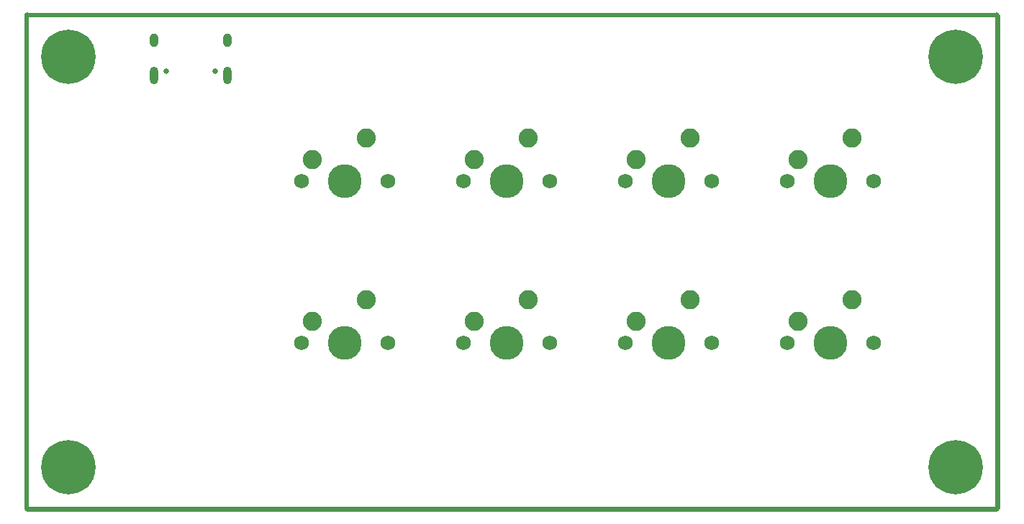
<source format=gbs>
%TF.GenerationSoftware,KiCad,Pcbnew,(5.1.10-1-10_14)*%
%TF.CreationDate,2021-08-26T10:17:17+08:00*%
%TF.ProjectId,SMP v.2,534d5020-762e-4322-9e6b-696361645f70,rev?*%
%TF.SameCoordinates,Original*%
%TF.FileFunction,Soldermask,Bot*%
%TF.FilePolarity,Negative*%
%FSLAX46Y46*%
G04 Gerber Fmt 4.6, Leading zero omitted, Abs format (unit mm)*
G04 Created by KiCad (PCBNEW (5.1.10-1-10_14)) date 2021-08-26 10:17:17*
%MOMM*%
%LPD*%
G01*
G04 APERTURE LIST*
%TA.AperFunction,Profile*%
%ADD10C,0.050000*%
%TD*%
%ADD11C,0.500000*%
%ADD12C,1.750000*%
%ADD13C,2.250000*%
%ADD14C,3.987800*%
%ADD15C,6.400000*%
%ADD16O,1.000000X1.600000*%
%ADD17C,0.650000*%
%ADD18O,1.000000X2.100000*%
G04 APERTURE END LIST*
D10*
X156052520Y-83629500D02*
G75*
G02*
X155727400Y-83954620I-325120J0D01*
G01*
X155727400Y-25214580D02*
G75*
G02*
X156052520Y-25539700I0J-325120D01*
G01*
X41366440Y-25539700D02*
G75*
G02*
X41691560Y-25214580I325120J0D01*
G01*
X41689020Y-83957160D02*
G75*
G02*
X41363900Y-83632040I0J325120D01*
G01*
D11*
X155778200Y-25488900D02*
X155778200Y-83677760D01*
X41640760Y-83677760D02*
X155778200Y-83677760D01*
X41641840Y-25488900D02*
X41640760Y-83677760D01*
X41641840Y-25488900D02*
X155778200Y-25488900D01*
D10*
X41366440Y-25539700D02*
X41363900Y-83632040D01*
X155727400Y-25214580D02*
X41691560Y-25214580D01*
X156052520Y-83629500D02*
X156052520Y-25539700D01*
X41689020Y-83957160D02*
X155727400Y-83954620D01*
D12*
%TO.C,MX8*%
X141265900Y-64136300D03*
X131105900Y-64136300D03*
D13*
X132375900Y-61596300D03*
D14*
X136185900Y-64136300D03*
D13*
X138725900Y-59056300D03*
%TD*%
D15*
%TO.C,H4*%
X46528800Y-78790800D03*
%TD*%
%TO.C,H3*%
X46528800Y-30378400D03*
%TD*%
%TO.C,H2*%
X150901400Y-78790800D03*
%TD*%
%TO.C,H1*%
X150901400Y-30378400D03*
%TD*%
D16*
%TO.C,J1*%
X56592400Y-28439400D03*
D17*
X58022400Y-32089400D03*
D16*
X65232400Y-28439400D03*
D17*
X63802400Y-32089400D03*
D18*
X65232400Y-32619400D03*
X56592400Y-32619400D03*
%TD*%
D12*
%TO.C,MX7*%
X122215900Y-64136300D03*
X112055900Y-64136300D03*
D13*
X113325900Y-61596300D03*
D14*
X117135900Y-64136300D03*
D13*
X119675900Y-59056300D03*
%TD*%
D12*
%TO.C,MX6*%
X103165900Y-64136300D03*
X93005900Y-64136300D03*
D13*
X94275900Y-61596300D03*
D14*
X98085900Y-64136300D03*
D13*
X100625900Y-59056300D03*
%TD*%
D12*
%TO.C,MX5*%
X84115900Y-64136300D03*
X73955900Y-64136300D03*
D13*
X75225900Y-61596300D03*
D14*
X79035900Y-64136300D03*
D13*
X81575900Y-59056300D03*
%TD*%
D12*
%TO.C,MX4*%
X141265900Y-45086300D03*
X131105900Y-45086300D03*
D13*
X132375900Y-42546300D03*
D14*
X136185900Y-45086300D03*
D13*
X138725900Y-40006300D03*
%TD*%
D12*
%TO.C,MX3*%
X122215900Y-45086300D03*
X112055900Y-45086300D03*
D13*
X113325900Y-42546300D03*
D14*
X117135900Y-45086300D03*
D13*
X119675900Y-40006300D03*
%TD*%
D12*
%TO.C,MX2*%
X103165900Y-45086300D03*
X93005900Y-45086300D03*
D13*
X94275900Y-42546300D03*
D14*
X98085900Y-45086300D03*
D13*
X100625900Y-40006300D03*
%TD*%
D12*
%TO.C,MX1*%
X84115900Y-45086300D03*
X73955900Y-45086300D03*
D13*
X75225900Y-42546300D03*
D14*
X79035900Y-45086300D03*
D13*
X81575900Y-40006300D03*
%TD*%
M02*

</source>
